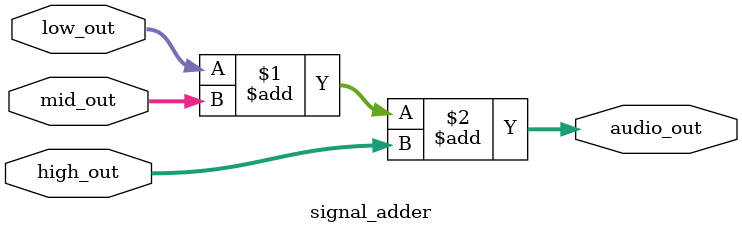
<source format=sv>
module signal_adder (
    input logic [15:0] low_out,
    input logic [15:0] mid_out,
    input logic [15:0] high_out,
    output logic [15:0] audio_out
);
    assign audio_out = (low_out + mid_out + high_out);
endmodule

</source>
